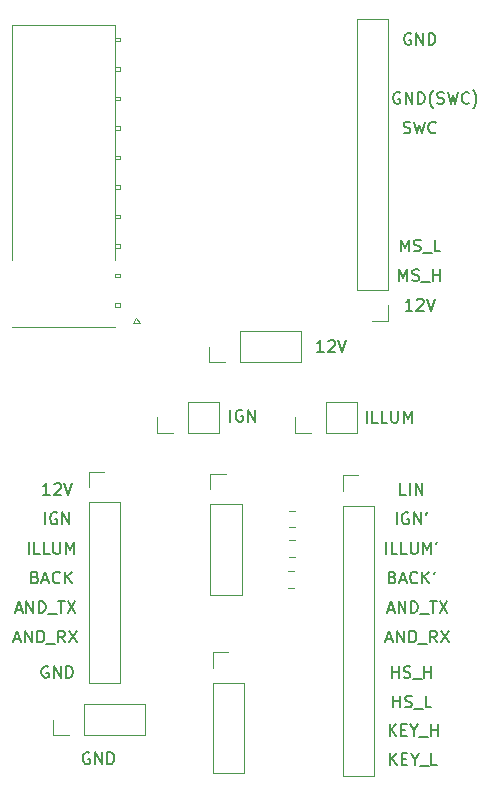
<source format=gbr>
%TF.GenerationSoftware,KiCad,Pcbnew,5.1.6-c6e7f7d~87~ubuntu16.04.1*%
%TF.CreationDate,2020-08-06T14:46:29+05:00*%
%TF.ProjectId,adapter,61646170-7465-4722-9e6b-696361645f70,rev?*%
%TF.SameCoordinates,Original*%
%TF.FileFunction,Legend,Top*%
%TF.FilePolarity,Positive*%
%FSLAX46Y46*%
G04 Gerber Fmt 4.6, Leading zero omitted, Abs format (unit mm)*
G04 Created by KiCad (PCBNEW 5.1.6-c6e7f7d~87~ubuntu16.04.1) date 2020-08-06 14:46:29*
%MOMM*%
%LPD*%
G01*
G04 APERTURE LIST*
%ADD10C,0.200000*%
%ADD11C,0.120000*%
G04 APERTURE END LIST*
D10*
X49495238Y-59952380D02*
X49495238Y-58952380D01*
X50447619Y-59952380D02*
X49971428Y-59952380D01*
X49971428Y-58952380D01*
X51257142Y-59952380D02*
X50780952Y-59952380D01*
X50780952Y-58952380D01*
X51590476Y-58952380D02*
X51590476Y-59761904D01*
X51638095Y-59857142D01*
X51685714Y-59904761D01*
X51780952Y-59952380D01*
X51971428Y-59952380D01*
X52066666Y-59904761D01*
X52114285Y-59857142D01*
X52161904Y-59761904D01*
X52161904Y-58952380D01*
X52638095Y-59952380D02*
X52638095Y-58952380D01*
X52971428Y-59666666D01*
X53304761Y-58952380D01*
X53304761Y-59952380D01*
X52323809Y-32000000D02*
X52228571Y-31952380D01*
X52085714Y-31952380D01*
X51942857Y-32000000D01*
X51847619Y-32095238D01*
X51800000Y-32190476D01*
X51752380Y-32380952D01*
X51752380Y-32523809D01*
X51800000Y-32714285D01*
X51847619Y-32809523D01*
X51942857Y-32904761D01*
X52085714Y-32952380D01*
X52180952Y-32952380D01*
X52323809Y-32904761D01*
X52371428Y-32857142D01*
X52371428Y-32523809D01*
X52180952Y-32523809D01*
X52800000Y-32952380D02*
X52800000Y-31952380D01*
X53371428Y-32952380D01*
X53371428Y-31952380D01*
X53847619Y-32952380D02*
X53847619Y-31952380D01*
X54085714Y-31952380D01*
X54228571Y-32000000D01*
X54323809Y-32095238D01*
X54371428Y-32190476D01*
X54419047Y-32380952D01*
X54419047Y-32523809D01*
X54371428Y-32714285D01*
X54323809Y-32809523D01*
X54228571Y-32904761D01*
X54085714Y-32952380D01*
X53847619Y-32952380D01*
X55133333Y-33333333D02*
X55085714Y-33285714D01*
X54990476Y-33142857D01*
X54942857Y-33047619D01*
X54895238Y-32904761D01*
X54847619Y-32666666D01*
X54847619Y-32476190D01*
X54895238Y-32238095D01*
X54942857Y-32095238D01*
X54990476Y-32000000D01*
X55085714Y-31857142D01*
X55133333Y-31809523D01*
X55466666Y-32904761D02*
X55609523Y-32952380D01*
X55847619Y-32952380D01*
X55942857Y-32904761D01*
X55990476Y-32857142D01*
X56038095Y-32761904D01*
X56038095Y-32666666D01*
X55990476Y-32571428D01*
X55942857Y-32523809D01*
X55847619Y-32476190D01*
X55657142Y-32428571D01*
X55561904Y-32380952D01*
X55514285Y-32333333D01*
X55466666Y-32238095D01*
X55466666Y-32142857D01*
X55514285Y-32047619D01*
X55561904Y-32000000D01*
X55657142Y-31952380D01*
X55895238Y-31952380D01*
X56038095Y-32000000D01*
X56371428Y-31952380D02*
X56609523Y-32952380D01*
X56800000Y-32238095D01*
X56990476Y-32952380D01*
X57228571Y-31952380D01*
X58180952Y-32857142D02*
X58133333Y-32904761D01*
X57990476Y-32952380D01*
X57895238Y-32952380D01*
X57752380Y-32904761D01*
X57657142Y-32809523D01*
X57609523Y-32714285D01*
X57561904Y-32523809D01*
X57561904Y-32380952D01*
X57609523Y-32190476D01*
X57657142Y-32095238D01*
X57752380Y-32000000D01*
X57895238Y-31952380D01*
X57990476Y-31952380D01*
X58133333Y-32000000D01*
X58180952Y-32047619D01*
X58514285Y-33333333D02*
X58561904Y-33285714D01*
X58657142Y-33142857D01*
X58704761Y-33047619D01*
X58752380Y-32904761D01*
X58800000Y-32666666D01*
X58800000Y-32476190D01*
X58752380Y-32238095D01*
X58704761Y-32095238D01*
X58657142Y-32000000D01*
X58561904Y-31857142D01*
X58514285Y-31809523D01*
X51471428Y-88952380D02*
X51471428Y-87952380D01*
X52042857Y-88952380D02*
X51614285Y-88380952D01*
X52042857Y-87952380D02*
X51471428Y-88523809D01*
X52471428Y-88428571D02*
X52804761Y-88428571D01*
X52947619Y-88952380D02*
X52471428Y-88952380D01*
X52471428Y-87952380D01*
X52947619Y-87952380D01*
X53566666Y-88476190D02*
X53566666Y-88952380D01*
X53233333Y-87952380D02*
X53566666Y-88476190D01*
X53900000Y-87952380D01*
X53995238Y-89047619D02*
X54757142Y-89047619D01*
X55471428Y-88952380D02*
X54995238Y-88952380D01*
X54995238Y-87952380D01*
X51452380Y-86452380D02*
X51452380Y-85452380D01*
X52023809Y-86452380D02*
X51595238Y-85880952D01*
X52023809Y-85452380D02*
X51452380Y-86023809D01*
X52452380Y-85928571D02*
X52785714Y-85928571D01*
X52928571Y-86452380D02*
X52452380Y-86452380D01*
X52452380Y-85452380D01*
X52928571Y-85452380D01*
X53547619Y-85976190D02*
X53547619Y-86452380D01*
X53214285Y-85452380D02*
X53547619Y-85976190D01*
X53880952Y-85452380D01*
X53976190Y-86547619D02*
X54738095Y-86547619D01*
X54976190Y-86452380D02*
X54976190Y-85452380D01*
X54976190Y-85928571D02*
X55547619Y-85928571D01*
X55547619Y-86452380D02*
X55547619Y-85452380D01*
X37976190Y-59852380D02*
X37976190Y-58852380D01*
X38976190Y-58900000D02*
X38880952Y-58852380D01*
X38738095Y-58852380D01*
X38595238Y-58900000D01*
X38500000Y-58995238D01*
X38452380Y-59090476D01*
X38404761Y-59280952D01*
X38404761Y-59423809D01*
X38452380Y-59614285D01*
X38500000Y-59709523D01*
X38595238Y-59804761D01*
X38738095Y-59852380D01*
X38833333Y-59852380D01*
X38976190Y-59804761D01*
X39023809Y-59757142D01*
X39023809Y-59423809D01*
X38833333Y-59423809D01*
X39452380Y-59852380D02*
X39452380Y-58852380D01*
X40023809Y-59852380D01*
X40023809Y-58852380D01*
X26038095Y-87900000D02*
X25942857Y-87852380D01*
X25800000Y-87852380D01*
X25657142Y-87900000D01*
X25561904Y-87995238D01*
X25514285Y-88090476D01*
X25466666Y-88280952D01*
X25466666Y-88423809D01*
X25514285Y-88614285D01*
X25561904Y-88709523D01*
X25657142Y-88804761D01*
X25800000Y-88852380D01*
X25895238Y-88852380D01*
X26038095Y-88804761D01*
X26085714Y-88757142D01*
X26085714Y-88423809D01*
X25895238Y-88423809D01*
X26514285Y-88852380D02*
X26514285Y-87852380D01*
X27085714Y-88852380D01*
X27085714Y-87852380D01*
X27561904Y-88852380D02*
X27561904Y-87852380D01*
X27800000Y-87852380D01*
X27942857Y-87900000D01*
X28038095Y-87995238D01*
X28085714Y-88090476D01*
X28133333Y-88280952D01*
X28133333Y-88423809D01*
X28085714Y-88614285D01*
X28038095Y-88709523D01*
X27942857Y-88804761D01*
X27800000Y-88852380D01*
X27561904Y-88852380D01*
X45880952Y-53952380D02*
X45309523Y-53952380D01*
X45595238Y-53952380D02*
X45595238Y-52952380D01*
X45500000Y-53095238D01*
X45404761Y-53190476D01*
X45309523Y-53238095D01*
X46261904Y-53047619D02*
X46309523Y-53000000D01*
X46404761Y-52952380D01*
X46642857Y-52952380D01*
X46738095Y-53000000D01*
X46785714Y-53047619D01*
X46833333Y-53142857D01*
X46833333Y-53238095D01*
X46785714Y-53380952D01*
X46214285Y-53952380D01*
X46833333Y-53952380D01*
X47119047Y-52952380D02*
X47452380Y-53952380D01*
X47785714Y-52952380D01*
X51752380Y-84052380D02*
X51752380Y-83052380D01*
X51752380Y-83528571D02*
X52323809Y-83528571D01*
X52323809Y-84052380D02*
X52323809Y-83052380D01*
X52752380Y-84004761D02*
X52895238Y-84052380D01*
X53133333Y-84052380D01*
X53228571Y-84004761D01*
X53276190Y-83957142D01*
X53323809Y-83861904D01*
X53323809Y-83766666D01*
X53276190Y-83671428D01*
X53228571Y-83623809D01*
X53133333Y-83576190D01*
X52942857Y-83528571D01*
X52847619Y-83480952D01*
X52800000Y-83433333D01*
X52752380Y-83338095D01*
X52752380Y-83242857D01*
X52800000Y-83147619D01*
X52847619Y-83100000D01*
X52942857Y-83052380D01*
X53180952Y-83052380D01*
X53323809Y-83100000D01*
X53514285Y-84147619D02*
X54276190Y-84147619D01*
X54990476Y-84052380D02*
X54514285Y-84052380D01*
X54514285Y-83052380D01*
X51633333Y-81552380D02*
X51633333Y-80552380D01*
X51633333Y-81028571D02*
X52204761Y-81028571D01*
X52204761Y-81552380D02*
X52204761Y-80552380D01*
X52633333Y-81504761D02*
X52776190Y-81552380D01*
X53014285Y-81552380D01*
X53109523Y-81504761D01*
X53157142Y-81457142D01*
X53204761Y-81361904D01*
X53204761Y-81266666D01*
X53157142Y-81171428D01*
X53109523Y-81123809D01*
X53014285Y-81076190D01*
X52823809Y-81028571D01*
X52728571Y-80980952D01*
X52680952Y-80933333D01*
X52633333Y-80838095D01*
X52633333Y-80742857D01*
X52680952Y-80647619D01*
X52728571Y-80600000D01*
X52823809Y-80552380D01*
X53061904Y-80552380D01*
X53204761Y-80600000D01*
X53395238Y-81647619D02*
X54157142Y-81647619D01*
X54395238Y-81552380D02*
X54395238Y-80552380D01*
X54395238Y-81028571D02*
X54966666Y-81028571D01*
X54966666Y-81552380D02*
X54966666Y-80552380D01*
X52847619Y-66052380D02*
X52371428Y-66052380D01*
X52371428Y-65052380D01*
X53180952Y-66052380D02*
X53180952Y-65052380D01*
X53657142Y-66052380D02*
X53657142Y-65052380D01*
X54228571Y-66052380D01*
X54228571Y-65052380D01*
X52038095Y-68552380D02*
X52038095Y-67552380D01*
X53038095Y-67600000D02*
X52942857Y-67552380D01*
X52800000Y-67552380D01*
X52657142Y-67600000D01*
X52561904Y-67695238D01*
X52514285Y-67790476D01*
X52466666Y-67980952D01*
X52466666Y-68123809D01*
X52514285Y-68314285D01*
X52561904Y-68409523D01*
X52657142Y-68504761D01*
X52800000Y-68552380D01*
X52895238Y-68552380D01*
X53038095Y-68504761D01*
X53085714Y-68457142D01*
X53085714Y-68123809D01*
X52895238Y-68123809D01*
X53514285Y-68552380D02*
X53514285Y-67552380D01*
X54085714Y-68552380D01*
X54085714Y-67552380D01*
X54609523Y-67552380D02*
X54514285Y-67742857D01*
X51157142Y-71052380D02*
X51157142Y-70052380D01*
X52109523Y-71052380D02*
X51633333Y-71052380D01*
X51633333Y-70052380D01*
X52919047Y-71052380D02*
X52442857Y-71052380D01*
X52442857Y-70052380D01*
X53252380Y-70052380D02*
X53252380Y-70861904D01*
X53300000Y-70957142D01*
X53347619Y-71004761D01*
X53442857Y-71052380D01*
X53633333Y-71052380D01*
X53728571Y-71004761D01*
X53776190Y-70957142D01*
X53823809Y-70861904D01*
X53823809Y-70052380D01*
X54300000Y-71052380D02*
X54300000Y-70052380D01*
X54633333Y-70766666D01*
X54966666Y-70052380D01*
X54966666Y-71052380D01*
X55490476Y-70052380D02*
X55395238Y-70242857D01*
X51704761Y-73028571D02*
X51847619Y-73076190D01*
X51895238Y-73123809D01*
X51942857Y-73219047D01*
X51942857Y-73361904D01*
X51895238Y-73457142D01*
X51847619Y-73504761D01*
X51752380Y-73552380D01*
X51371428Y-73552380D01*
X51371428Y-72552380D01*
X51704761Y-72552380D01*
X51800000Y-72600000D01*
X51847619Y-72647619D01*
X51895238Y-72742857D01*
X51895238Y-72838095D01*
X51847619Y-72933333D01*
X51800000Y-72980952D01*
X51704761Y-73028571D01*
X51371428Y-73028571D01*
X52323809Y-73266666D02*
X52800000Y-73266666D01*
X52228571Y-73552380D02*
X52561904Y-72552380D01*
X52895238Y-73552380D01*
X53800000Y-73457142D02*
X53752380Y-73504761D01*
X53609523Y-73552380D01*
X53514285Y-73552380D01*
X53371428Y-73504761D01*
X53276190Y-73409523D01*
X53228571Y-73314285D01*
X53180952Y-73123809D01*
X53180952Y-72980952D01*
X53228571Y-72790476D01*
X53276190Y-72695238D01*
X53371428Y-72600000D01*
X53514285Y-72552380D01*
X53609523Y-72552380D01*
X53752380Y-72600000D01*
X53800000Y-72647619D01*
X54228571Y-73552380D02*
X54228571Y-72552380D01*
X54800000Y-73552380D02*
X54371428Y-72980952D01*
X54800000Y-72552380D02*
X54228571Y-73123809D01*
X55276190Y-72552380D02*
X55180952Y-72742857D01*
X51300000Y-75766666D02*
X51776190Y-75766666D01*
X51204761Y-76052380D02*
X51538095Y-75052380D01*
X51871428Y-76052380D01*
X52204761Y-76052380D02*
X52204761Y-75052380D01*
X52776190Y-76052380D01*
X52776190Y-75052380D01*
X53252380Y-76052380D02*
X53252380Y-75052380D01*
X53490476Y-75052380D01*
X53633333Y-75100000D01*
X53728571Y-75195238D01*
X53776190Y-75290476D01*
X53823809Y-75480952D01*
X53823809Y-75623809D01*
X53776190Y-75814285D01*
X53728571Y-75909523D01*
X53633333Y-76004761D01*
X53490476Y-76052380D01*
X53252380Y-76052380D01*
X54014285Y-76147619D02*
X54776190Y-76147619D01*
X54871428Y-75052380D02*
X55442857Y-75052380D01*
X55157142Y-76052380D02*
X55157142Y-75052380D01*
X55680952Y-75052380D02*
X56347619Y-76052380D01*
X56347619Y-75052380D02*
X55680952Y-76052380D01*
X51180952Y-78266666D02*
X51657142Y-78266666D01*
X51085714Y-78552380D02*
X51419047Y-77552380D01*
X51752380Y-78552380D01*
X52085714Y-78552380D02*
X52085714Y-77552380D01*
X52657142Y-78552380D01*
X52657142Y-77552380D01*
X53133333Y-78552380D02*
X53133333Y-77552380D01*
X53371428Y-77552380D01*
X53514285Y-77600000D01*
X53609523Y-77695238D01*
X53657142Y-77790476D01*
X53704761Y-77980952D01*
X53704761Y-78123809D01*
X53657142Y-78314285D01*
X53609523Y-78409523D01*
X53514285Y-78504761D01*
X53371428Y-78552380D01*
X53133333Y-78552380D01*
X53895238Y-78647619D02*
X54657142Y-78647619D01*
X55466666Y-78552380D02*
X55133333Y-78076190D01*
X54895238Y-78552380D02*
X54895238Y-77552380D01*
X55276190Y-77552380D01*
X55371428Y-77600000D01*
X55419047Y-77647619D01*
X55466666Y-77742857D01*
X55466666Y-77885714D01*
X55419047Y-77980952D01*
X55371428Y-78028571D01*
X55276190Y-78076190D01*
X54895238Y-78076190D01*
X55800000Y-77552380D02*
X56466666Y-78552380D01*
X56466666Y-77552380D02*
X55800000Y-78552380D01*
X22680952Y-66052380D02*
X22109523Y-66052380D01*
X22395238Y-66052380D02*
X22395238Y-65052380D01*
X22300000Y-65195238D01*
X22204761Y-65290476D01*
X22109523Y-65338095D01*
X23061904Y-65147619D02*
X23109523Y-65100000D01*
X23204761Y-65052380D01*
X23442857Y-65052380D01*
X23538095Y-65100000D01*
X23585714Y-65147619D01*
X23633333Y-65242857D01*
X23633333Y-65338095D01*
X23585714Y-65480952D01*
X23014285Y-66052380D01*
X23633333Y-66052380D01*
X23919047Y-65052380D02*
X24252380Y-66052380D01*
X24585714Y-65052380D01*
X22538095Y-80600000D02*
X22442857Y-80552380D01*
X22300000Y-80552380D01*
X22157142Y-80600000D01*
X22061904Y-80695238D01*
X22014285Y-80790476D01*
X21966666Y-80980952D01*
X21966666Y-81123809D01*
X22014285Y-81314285D01*
X22061904Y-81409523D01*
X22157142Y-81504761D01*
X22300000Y-81552380D01*
X22395238Y-81552380D01*
X22538095Y-81504761D01*
X22585714Y-81457142D01*
X22585714Y-81123809D01*
X22395238Y-81123809D01*
X23014285Y-81552380D02*
X23014285Y-80552380D01*
X23585714Y-81552380D01*
X23585714Y-80552380D01*
X24061904Y-81552380D02*
X24061904Y-80552380D01*
X24300000Y-80552380D01*
X24442857Y-80600000D01*
X24538095Y-80695238D01*
X24585714Y-80790476D01*
X24633333Y-80980952D01*
X24633333Y-81123809D01*
X24585714Y-81314285D01*
X24538095Y-81409523D01*
X24442857Y-81504761D01*
X24300000Y-81552380D01*
X24061904Y-81552380D01*
X19680952Y-78266666D02*
X20157142Y-78266666D01*
X19585714Y-78552380D02*
X19919047Y-77552380D01*
X20252380Y-78552380D01*
X20585714Y-78552380D02*
X20585714Y-77552380D01*
X21157142Y-78552380D01*
X21157142Y-77552380D01*
X21633333Y-78552380D02*
X21633333Y-77552380D01*
X21871428Y-77552380D01*
X22014285Y-77600000D01*
X22109523Y-77695238D01*
X22157142Y-77790476D01*
X22204761Y-77980952D01*
X22204761Y-78123809D01*
X22157142Y-78314285D01*
X22109523Y-78409523D01*
X22014285Y-78504761D01*
X21871428Y-78552380D01*
X21633333Y-78552380D01*
X22395238Y-78647619D02*
X23157142Y-78647619D01*
X23966666Y-78552380D02*
X23633333Y-78076190D01*
X23395238Y-78552380D02*
X23395238Y-77552380D01*
X23776190Y-77552380D01*
X23871428Y-77600000D01*
X23919047Y-77647619D01*
X23966666Y-77742857D01*
X23966666Y-77885714D01*
X23919047Y-77980952D01*
X23871428Y-78028571D01*
X23776190Y-78076190D01*
X23395238Y-78076190D01*
X24300000Y-77552380D02*
X24966666Y-78552380D01*
X24966666Y-77552380D02*
X24300000Y-78552380D01*
X19800000Y-75766666D02*
X20276190Y-75766666D01*
X19704761Y-76052380D02*
X20038095Y-75052380D01*
X20371428Y-76052380D01*
X20704761Y-76052380D02*
X20704761Y-75052380D01*
X21276190Y-76052380D01*
X21276190Y-75052380D01*
X21752380Y-76052380D02*
X21752380Y-75052380D01*
X21990476Y-75052380D01*
X22133333Y-75100000D01*
X22228571Y-75195238D01*
X22276190Y-75290476D01*
X22323809Y-75480952D01*
X22323809Y-75623809D01*
X22276190Y-75814285D01*
X22228571Y-75909523D01*
X22133333Y-76004761D01*
X21990476Y-76052380D01*
X21752380Y-76052380D01*
X22514285Y-76147619D02*
X23276190Y-76147619D01*
X23371428Y-75052380D02*
X23942857Y-75052380D01*
X23657142Y-76052380D02*
X23657142Y-75052380D01*
X24180952Y-75052380D02*
X24847619Y-76052380D01*
X24847619Y-75052380D02*
X24180952Y-76052380D01*
X21442857Y-73028571D02*
X21585714Y-73076190D01*
X21633333Y-73123809D01*
X21680952Y-73219047D01*
X21680952Y-73361904D01*
X21633333Y-73457142D01*
X21585714Y-73504761D01*
X21490476Y-73552380D01*
X21109523Y-73552380D01*
X21109523Y-72552380D01*
X21442857Y-72552380D01*
X21538095Y-72600000D01*
X21585714Y-72647619D01*
X21633333Y-72742857D01*
X21633333Y-72838095D01*
X21585714Y-72933333D01*
X21538095Y-72980952D01*
X21442857Y-73028571D01*
X21109523Y-73028571D01*
X22061904Y-73266666D02*
X22538095Y-73266666D01*
X21966666Y-73552380D02*
X22300000Y-72552380D01*
X22633333Y-73552380D01*
X23538095Y-73457142D02*
X23490476Y-73504761D01*
X23347619Y-73552380D01*
X23252380Y-73552380D01*
X23109523Y-73504761D01*
X23014285Y-73409523D01*
X22966666Y-73314285D01*
X22919047Y-73123809D01*
X22919047Y-72980952D01*
X22966666Y-72790476D01*
X23014285Y-72695238D01*
X23109523Y-72600000D01*
X23252380Y-72552380D01*
X23347619Y-72552380D01*
X23490476Y-72600000D01*
X23538095Y-72647619D01*
X23966666Y-73552380D02*
X23966666Y-72552380D01*
X24538095Y-73552380D02*
X24109523Y-72980952D01*
X24538095Y-72552380D02*
X23966666Y-73123809D01*
X20895238Y-71052380D02*
X20895238Y-70052380D01*
X21847619Y-71052380D02*
X21371428Y-71052380D01*
X21371428Y-70052380D01*
X22657142Y-71052380D02*
X22180952Y-71052380D01*
X22180952Y-70052380D01*
X22990476Y-70052380D02*
X22990476Y-70861904D01*
X23038095Y-70957142D01*
X23085714Y-71004761D01*
X23180952Y-71052380D01*
X23371428Y-71052380D01*
X23466666Y-71004761D01*
X23514285Y-70957142D01*
X23561904Y-70861904D01*
X23561904Y-70052380D01*
X24038095Y-71052380D02*
X24038095Y-70052380D01*
X24371428Y-70766666D01*
X24704761Y-70052380D01*
X24704761Y-71052380D01*
X22276190Y-68552380D02*
X22276190Y-67552380D01*
X23276190Y-67600000D02*
X23180952Y-67552380D01*
X23038095Y-67552380D01*
X22895238Y-67600000D01*
X22800000Y-67695238D01*
X22752380Y-67790476D01*
X22704761Y-67980952D01*
X22704761Y-68123809D01*
X22752380Y-68314285D01*
X22800000Y-68409523D01*
X22895238Y-68504761D01*
X23038095Y-68552380D01*
X23133333Y-68552380D01*
X23276190Y-68504761D01*
X23323809Y-68457142D01*
X23323809Y-68123809D01*
X23133333Y-68123809D01*
X23752380Y-68552380D02*
X23752380Y-67552380D01*
X24323809Y-68552380D01*
X24323809Y-67552380D01*
X53238095Y-27000000D02*
X53142857Y-26952380D01*
X53000000Y-26952380D01*
X52857142Y-27000000D01*
X52761904Y-27095238D01*
X52714285Y-27190476D01*
X52666666Y-27380952D01*
X52666666Y-27523809D01*
X52714285Y-27714285D01*
X52761904Y-27809523D01*
X52857142Y-27904761D01*
X53000000Y-27952380D01*
X53095238Y-27952380D01*
X53238095Y-27904761D01*
X53285714Y-27857142D01*
X53285714Y-27523809D01*
X53095238Y-27523809D01*
X53714285Y-27952380D02*
X53714285Y-26952380D01*
X54285714Y-27952380D01*
X54285714Y-26952380D01*
X54761904Y-27952380D02*
X54761904Y-26952380D01*
X55000000Y-26952380D01*
X55142857Y-27000000D01*
X55238095Y-27095238D01*
X55285714Y-27190476D01*
X55333333Y-27380952D01*
X55333333Y-27523809D01*
X55285714Y-27714285D01*
X55238095Y-27809523D01*
X55142857Y-27904761D01*
X55000000Y-27952380D01*
X54761904Y-27952380D01*
X53380952Y-50452380D02*
X52809523Y-50452380D01*
X53095238Y-50452380D02*
X53095238Y-49452380D01*
X53000000Y-49595238D01*
X52904761Y-49690476D01*
X52809523Y-49738095D01*
X53761904Y-49547619D02*
X53809523Y-49500000D01*
X53904761Y-49452380D01*
X54142857Y-49452380D01*
X54238095Y-49500000D01*
X54285714Y-49547619D01*
X54333333Y-49642857D01*
X54333333Y-49738095D01*
X54285714Y-49880952D01*
X53714285Y-50452380D01*
X54333333Y-50452380D01*
X54619047Y-49452380D02*
X54952380Y-50452380D01*
X55285714Y-49452380D01*
X52285714Y-47952380D02*
X52285714Y-46952380D01*
X52619047Y-47666666D01*
X52952380Y-46952380D01*
X52952380Y-47952380D01*
X53380952Y-47904761D02*
X53523809Y-47952380D01*
X53761904Y-47952380D01*
X53857142Y-47904761D01*
X53904761Y-47857142D01*
X53952380Y-47761904D01*
X53952380Y-47666666D01*
X53904761Y-47571428D01*
X53857142Y-47523809D01*
X53761904Y-47476190D01*
X53571428Y-47428571D01*
X53476190Y-47380952D01*
X53428571Y-47333333D01*
X53380952Y-47238095D01*
X53380952Y-47142857D01*
X53428571Y-47047619D01*
X53476190Y-47000000D01*
X53571428Y-46952380D01*
X53809523Y-46952380D01*
X53952380Y-47000000D01*
X54142857Y-48047619D02*
X54904761Y-48047619D01*
X55142857Y-47952380D02*
X55142857Y-46952380D01*
X55142857Y-47428571D02*
X55714285Y-47428571D01*
X55714285Y-47952380D02*
X55714285Y-46952380D01*
X52404761Y-45452380D02*
X52404761Y-44452380D01*
X52738095Y-45166666D01*
X53071428Y-44452380D01*
X53071428Y-45452380D01*
X53500000Y-45404761D02*
X53642857Y-45452380D01*
X53880952Y-45452380D01*
X53976190Y-45404761D01*
X54023809Y-45357142D01*
X54071428Y-45261904D01*
X54071428Y-45166666D01*
X54023809Y-45071428D01*
X53976190Y-45023809D01*
X53880952Y-44976190D01*
X53690476Y-44928571D01*
X53595238Y-44880952D01*
X53547619Y-44833333D01*
X53500000Y-44738095D01*
X53500000Y-44642857D01*
X53547619Y-44547619D01*
X53595238Y-44500000D01*
X53690476Y-44452380D01*
X53928571Y-44452380D01*
X54071428Y-44500000D01*
X54261904Y-45547619D02*
X55023809Y-45547619D01*
X55738095Y-45452380D02*
X55261904Y-45452380D01*
X55261904Y-44452380D01*
X52642857Y-35404761D02*
X52785714Y-35452380D01*
X53023809Y-35452380D01*
X53119047Y-35404761D01*
X53166666Y-35357142D01*
X53214285Y-35261904D01*
X53214285Y-35166666D01*
X53166666Y-35071428D01*
X53119047Y-35023809D01*
X53023809Y-34976190D01*
X52833333Y-34928571D01*
X52738095Y-34880952D01*
X52690476Y-34833333D01*
X52642857Y-34738095D01*
X52642857Y-34642857D01*
X52690476Y-34547619D01*
X52738095Y-34500000D01*
X52833333Y-34452380D01*
X53071428Y-34452380D01*
X53214285Y-34500000D01*
X53547619Y-34452380D02*
X53785714Y-35452380D01*
X53976190Y-34738095D01*
X54166666Y-35452380D01*
X54404761Y-34452380D01*
X55357142Y-35357142D02*
X55309523Y-35404761D01*
X55166666Y-35452380D01*
X55071428Y-35452380D01*
X54928571Y-35404761D01*
X54833333Y-35309523D01*
X54785714Y-35214285D01*
X54738095Y-35023809D01*
X54738095Y-34880952D01*
X54785714Y-34690476D01*
X54833333Y-34595238D01*
X54928571Y-34500000D01*
X55071428Y-34452380D01*
X55166666Y-34452380D01*
X55309523Y-34500000D01*
X55357142Y-34547619D01*
D11*
%TO.C,J1*%
X28190000Y-27350000D02*
X28190000Y-27650000D01*
X28190000Y-27650000D02*
X28640000Y-27650000D01*
X28640000Y-27650000D02*
X28640000Y-27350000D01*
X28640000Y-27350000D02*
X28190000Y-27350000D01*
X28190000Y-29850000D02*
X28190000Y-30150000D01*
X28190000Y-30150000D02*
X28640000Y-30150000D01*
X28640000Y-30150000D02*
X28640000Y-29850000D01*
X28640000Y-29850000D02*
X28190000Y-29850000D01*
X30300000Y-51534264D02*
X30000000Y-51110000D01*
X29700000Y-51534264D02*
X30300000Y-51534264D01*
X30000000Y-51110000D02*
X29700000Y-51534264D01*
X28640000Y-32350000D02*
X28190000Y-32350000D01*
X28640000Y-32650000D02*
X28640000Y-32350000D01*
X28190000Y-32650000D02*
X28640000Y-32650000D01*
X28190000Y-32350000D02*
X28190000Y-32650000D01*
X28640000Y-34850000D02*
X28190000Y-34850000D01*
X28640000Y-35150000D02*
X28640000Y-34850000D01*
X28190000Y-35150000D02*
X28640000Y-35150000D01*
X28190000Y-34850000D02*
X28190000Y-35150000D01*
X28640000Y-37350000D02*
X28190000Y-37350000D01*
X28640000Y-37650000D02*
X28640000Y-37350000D01*
X28190000Y-37650000D02*
X28640000Y-37650000D01*
X28190000Y-37350000D02*
X28190000Y-37650000D01*
X28640000Y-39850000D02*
X28190000Y-39850000D01*
X28640000Y-40150000D02*
X28640000Y-39850000D01*
X28190000Y-40150000D02*
X28640000Y-40150000D01*
X28190000Y-39850000D02*
X28190000Y-40150000D01*
X28640000Y-42350000D02*
X28190000Y-42350000D01*
X28640000Y-42650000D02*
X28640000Y-42350000D01*
X28190000Y-42650000D02*
X28640000Y-42650000D01*
X28190000Y-42350000D02*
X28190000Y-42650000D01*
X28640000Y-44850000D02*
X28190000Y-44850000D01*
X28640000Y-45150000D02*
X28640000Y-44850000D01*
X28190000Y-45150000D02*
X28640000Y-45150000D01*
X28190000Y-44850000D02*
X28190000Y-45150000D01*
X28640000Y-47350000D02*
X28190000Y-47350000D01*
X28640000Y-47650000D02*
X28640000Y-47350000D01*
X28190000Y-47650000D02*
X28640000Y-47650000D01*
X28190000Y-47350000D02*
X28190000Y-47650000D01*
X28640000Y-49850000D02*
X28190000Y-49850000D01*
X28640000Y-50150000D02*
X28640000Y-49850000D01*
X28190000Y-50150000D02*
X28640000Y-50150000D01*
X28190000Y-49850000D02*
X28190000Y-50150000D01*
X19510000Y-51830000D02*
X28190000Y-51830000D01*
X19510000Y-26250000D02*
X19510000Y-46160000D01*
X28190000Y-26250000D02*
X19510000Y-26250000D01*
X28190000Y-46160000D02*
X28190000Y-26250000D01*
%TO.C,J2*%
X51330000Y-51330000D02*
X50000000Y-51330000D01*
X51330000Y-50000000D02*
X51330000Y-51330000D01*
X51330000Y-48730000D02*
X48670000Y-48730000D01*
X48670000Y-48730000D02*
X48670000Y-25810000D01*
X51330000Y-48730000D02*
X51330000Y-25810000D01*
X51330000Y-25810000D02*
X48670000Y-25810000D01*
%TO.C,J3*%
X25970000Y-81995001D02*
X28630000Y-81995001D01*
X25970000Y-66695001D02*
X25970000Y-81995001D01*
X28630000Y-66695001D02*
X28630000Y-81995001D01*
X25970000Y-66695001D02*
X28630000Y-66695001D01*
X25970000Y-65425001D02*
X25970000Y-64095001D01*
X25970000Y-64095001D02*
X27300000Y-64095001D01*
%TO.C,J6*%
X22970000Y-86430000D02*
X22970000Y-85100000D01*
X24300000Y-86430000D02*
X22970000Y-86430000D01*
X25570000Y-86430000D02*
X25570000Y-83770000D01*
X25570000Y-83770000D02*
X30710000Y-83770000D01*
X25570000Y-86430000D02*
X30710000Y-86430000D01*
X30710000Y-86430000D02*
X30710000Y-83770000D01*
%TO.C,J7*%
X43910000Y-54830000D02*
X43910000Y-52170000D01*
X38770000Y-54830000D02*
X43910000Y-54830000D01*
X38770000Y-52170000D02*
X43910000Y-52170000D01*
X38770000Y-54830000D02*
X38770000Y-52170000D01*
X37500000Y-54830000D02*
X36170000Y-54830000D01*
X36170000Y-54830000D02*
X36170000Y-53500000D01*
%TO.C,J8*%
X31770000Y-60830000D02*
X31770000Y-59500000D01*
X33100000Y-60830000D02*
X31770000Y-60830000D01*
X34370000Y-60830000D02*
X34370000Y-58170000D01*
X34370000Y-58170000D02*
X36970000Y-58170000D01*
X34370000Y-60830000D02*
X36970000Y-60830000D01*
X36970000Y-60830000D02*
X36970000Y-58170000D01*
%TO.C,R1*%
X43458578Y-68810000D02*
X42941422Y-68810000D01*
X43458578Y-67390000D02*
X42941422Y-67390000D01*
%TO.C,R2*%
X43458578Y-69890000D02*
X42941422Y-69890000D01*
X43458578Y-71310000D02*
X42941422Y-71310000D01*
%TO.C,R3*%
X43358578Y-73910000D02*
X42841422Y-73910000D01*
X43358578Y-72490000D02*
X42841422Y-72490000D01*
%TO.C,J9*%
X36470000Y-89650000D02*
X39130000Y-89650000D01*
X36470000Y-81970000D02*
X36470000Y-89650000D01*
X39130000Y-81970000D02*
X39130000Y-89650000D01*
X36470000Y-81970000D02*
X39130000Y-81970000D01*
X36470000Y-80700000D02*
X36470000Y-79370000D01*
X36470000Y-79370000D02*
X37800000Y-79370000D01*
%TO.C,J4*%
X36270000Y-64270000D02*
X37600000Y-64270000D01*
X36270000Y-65600000D02*
X36270000Y-64270000D01*
X36270000Y-66870000D02*
X38930000Y-66870000D01*
X38930000Y-66870000D02*
X38930000Y-74550000D01*
X36270000Y-66870000D02*
X36270000Y-74550000D01*
X36270000Y-74550000D02*
X38930000Y-74550000D01*
%TO.C,J5*%
X47470000Y-89890000D02*
X50130000Y-89890000D01*
X47470000Y-66970000D02*
X47470000Y-89890000D01*
X50130000Y-66970000D02*
X50130000Y-89890000D01*
X47470000Y-66970000D02*
X50130000Y-66970000D01*
X47470000Y-65700000D02*
X47470000Y-64370000D01*
X47470000Y-64370000D02*
X48800000Y-64370000D01*
%TO.C,J10*%
X48670000Y-60830000D02*
X48670000Y-58170000D01*
X46070000Y-60830000D02*
X48670000Y-60830000D01*
X46070000Y-58170000D02*
X48670000Y-58170000D01*
X46070000Y-60830000D02*
X46070000Y-58170000D01*
X44800000Y-60830000D02*
X43470000Y-60830000D01*
X43470000Y-60830000D02*
X43470000Y-59500000D01*
%TD*%
M02*

</source>
